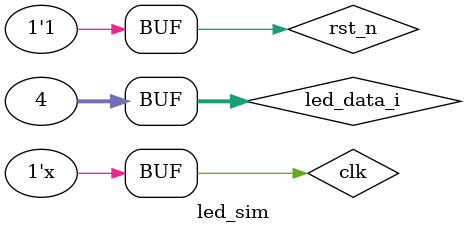
<source format=v>
module led_sim();



reg rst_n;
reg clk;
wire[7:0] led_en;
wire[7:0] led_ss;
wire[31:0] led_data_i;

assign led_data_i=4;

initial begin
    rst_n=0;
    clk=1;
    # 100 rst_n=1;


end

always #5 clk=!clk;



led_display 
#(
    .TIMES (10)
)
u_led_display(
    .led_data_i (led_data_i ),
    .clk        (clk        ),
    .rst_n      (rst_n      ),
    .led0_en_o  (led_en[0]  ),
    .led1_en_o  (led_en[1] ),
    .led2_en_o  (led_en[2]  ),
    .led3_en_o  (led_en[3]  ),
    .led4_en_o  (led_en[4]  ),
    .led5_en_o  (led_en[5]  ),
    .led6_en_o  (led_en[6]  ),
    .led7_en_o  (led_en[7] ),
    .led_ca_o   (led_ss[0]   ),
    .led_cb_o   (led_ss[1]   ),
    .led_cc_o   (led_ss[2]   ),
    .led_cd_o   (led_ss[3]   ),
    .led_ce_o   (led_ss[4]   ),
    .led_cf_o   (led_ss[5]   ),
    .led_cg_o   (led_ss[6]   ),
    .led_dp_o   (led_ss[7]   )
);


endmodule
</source>
